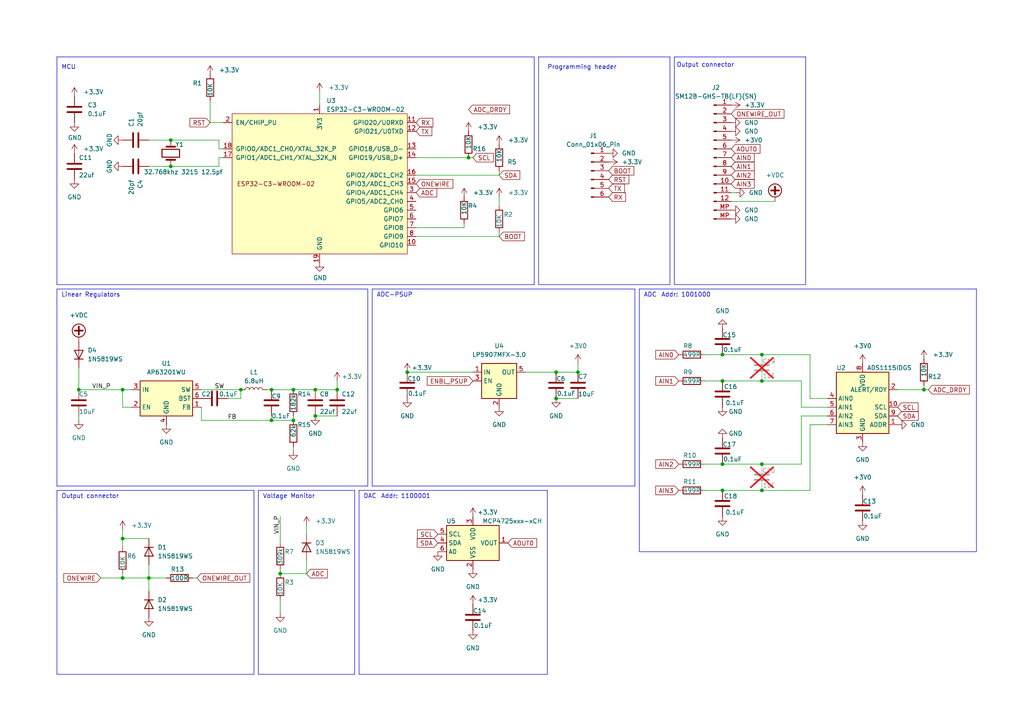
<source format=kicad_sch>
(kicad_sch (version 20230121) (generator eeschema)
  (paper "A4")
  (title_block (title "uPLC-Digital") (date "2024-02-22") (rev "1.0.0") (company "Drawn by FNB") (comment 1 "Thanks to https://github.com/PricelessToolkit/ESPClicker for inspiration"))
  (lib_symbols
    (symbol "Analog_ADC:ADS1115IDGS"
      (property "Reference" "U" (at 2.54 13.97 0))
      (property "Value" "ADS1115IDGS" (at 7.62 11.43 0))
      (symbol "ADS1115IDGS_0_1"
        (rectangle (start -7.62 10.16) (end 7.62 -7.62) (stroke (width 0.254)) (fill (type background)))
      )
      (symbol "ADS1115IDGS_1_1"
        (pin input line (at 10.16 -5.08 180) (length 2.54) (name "ADDR") (number "1"))
        (pin input line (at 10.16 0 180) (length 2.54) (name "SCL") (number "10"))
        (pin output line (at 10.16 5.08 180) (length 2.54) (name "ALERT/RDY") (number "2"))
        (pin power_in line (at 0 -10.16 90) (length 2.54) (name "GND") (number "3"))
        (pin input line (at -10.16 2.54 0) (length 2.54) (name "AIN0") (number "4"))
        (pin input line (at -10.16 0 0) (length 2.54) (name "AIN1") (number "5"))
        (pin input line (at -10.16 -2.54 0) (length 2.54) (name "AIN2") (number "6"))
        (pin input line (at -10.16 -5.08 0) (length 2.54) (name "AIN3") (number "7"))
        (pin power_in line (at 0 12.7 270) (length 2.54) (name "VDD") (number "8"))
        (pin bidirectional line (at 10.16 -2.54 180) (length 2.54) (name "SDA") (number "9"))
      )
    )
    (symbol "Analog_DAC:MCP4725xxx-xCH"
      (property "Reference" "U" (at -6.35 6.35 0))
      (property "Value" "MCP4725xxx-xCH" (at 8.89 6.35 0))
      (symbol "MCP4725xxx-xCH_0_1"
        (rectangle (start -7.62 5.08) (end 7.62 -5.08) (stroke (width 0.254)) (fill (type background)))
      )
      (symbol "MCP4725xxx-xCH_1_1"
        (pin output line (at 10.16 0 180) (length 2.54) (name "VOUT") (number "1"))
        (pin power_in line (at 0 -7.62 90) (length 2.54) (name "VSS") (number "2"))
        (pin power_in line (at 0 7.62 270) (length 2.54) (name "VDD") (number "3"))
        (pin bidirectional line (at -10.16 0 0) (length 2.54) (name "SDA") (number "4"))
        (pin input line (at -10.16 2.54 0) (length 2.54) (name "SCL") (number "5"))
        (pin input line (at -10.16 -2.54 0) (length 2.54) (name "A0") (number "6"))
      )
    )
    (symbol "Device:L" (pin_numbers hide) (pin_names (offset 1.016) hide)
      (property "Reference" "L" (at -1.27 0 90))
      (property "Value" "L" (at 1.905 0 90))
      (symbol "L_0_1"
        (arc (start 0 -2.54) (mid 0.6323 -1.905) (end 0 -1.27))
        (arc (start 0 -1.27) (mid 0.6323 -0.635) (end 0 0))
        (arc (start 0 0) (mid 0.6323 0.635) (end 0 1.27))
        (arc (start 0 1.27) (mid 0.6323 1.905) (end 0 2.54))
      )
      (symbol "L_1_1"
        (pin passive line (at 0 3.81 270) (length 1.27) (name "1") (number "1"))
        (pin passive line (at 0 -3.81 90) (length 1.27) (name "2") (number "2"))
      )
    )
    (symbol "Library:1N4148WS" (pin_numbers hide) (pin_names hide)
      (property "Reference" "D" (at 0 2.54 0))
      (property "Value" "1N4148WS" (at 0 -2.54 0))
      (symbol "1N4148WS_0_1"
        (polyline (pts (xy -1.27 1.27) (xy -1.27 -1.27)) (stroke (width 0.254)))
        (polyline (pts (xy 1.27 0) (xy -1.27 0)))
        (polyline (pts (xy 1.27 1.27) (xy 1.27 -1.27) (xy -1.27 0) (xy 1.27 1.27)) (stroke (width 0.254)))
      )
      (symbol "1N4148WS_1_1"
        (pin passive line (at -3.81 0 0) (length 2.54) (name "K") (number "1"))
        (pin passive line (at 3.81 0 180) (length 2.54) (name "A") (number "2"))
      )
    )
    (symbol "Library:C" (pin_numbers hide) (pin_names (offset 0.254))
      (property "Reference" "C" (at 0.635 2.54 0))
      (property "Value" "C" (at 0.635 -2.54 0))
      (symbol "C_0_1"
        (polyline (pts (xy -2.032 -0.762) (xy 2.032 -0.762)) (stroke (width 0.508)))
        (polyline (pts (xy -2.032 0.762) (xy 2.032 0.762)) (stroke (width 0.508)))
      )
      (symbol "C_1_1"
        (pin passive line (at 0 3.81 270) (length 2.794) (name "~") (number "1"))
        (pin passive line (at 0 -3.81 90) (length 2.794) (name "~") (number "2"))
      )
    )
    (symbol "Library:Conn_01x06_Pin" (pin_names (offset 1.016) hide)
      (property "Reference" "J" (at 0 7.62 0))
      (property "Value" "Conn_01x06_Pin" (at 0 -10.16 0))
      (symbol "Conn_01x06_Pin_1_1"
        (polyline (pts (xy 1.27 -7.62) (xy 0.8636 -7.62)) (stroke (width 0.1524)))
        (polyline (pts (xy 1.27 -5.08) (xy 0.8636 -5.08)) (stroke (width 0.1524)))
        (polyline (pts (xy 1.27 -2.54) (xy 0.8636 -2.54)) (stroke (width 0.1524)))
        (polyline (pts (xy 1.27 0) (xy 0.8636 0)) (stroke (width 0.1524)))
        (polyline (pts (xy 1.27 2.54) (xy 0.8636 2.54)) (stroke (width 0.1524)))
        (polyline (pts (xy 1.27 5.08) (xy 0.8636 5.08)) (stroke (width 0.1524)))
        (rectangle (start 0.8636 -7.493) (end 0 -7.747) (stroke (width 0.1524)) (fill (type outline)))
        (rectangle (start 0.8636 -4.953) (end 0 -5.207) (stroke (width 0.1524)) (fill (type outline)))
        (rectangle (start 0.8636 -2.413) (end 0 -2.667) (stroke (width 0.1524)) (fill (type outline)))
        (rectangle (start 0.8636 0.127) (end 0 -0.127) (stroke (width 0.1524)) (fill (type outline)))
        (rectangle (start 0.8636 2.667) (end 0 2.413) (stroke (width 0.1524)) (fill (type outline)))
        (rectangle (start 0.8636 5.207) (end 0 4.953) (stroke (width 0.1524)) (fill (type outline)))
        (pin passive line (at 5.08 5.08 180) (length 3.81) (name "Pin_1") (number "1"))
        (pin passive line (at 5.08 2.54 180) (length 3.81) (name "Pin_2") (number "2"))
        (pin passive line (at 5.08 0 180) (length 3.81) (name "Pin_3") (number "3"))
        (pin passive line (at 5.08 -2.54 180) (length 3.81) (name "Pin_4") (number "4"))
        (pin passive line (at 5.08 -5.08 180) (length 3.81) (name "Pin_5") (number "5"))
        (pin passive line (at 5.08 -7.62 180) (length 3.81) (name "Pin_6") (number "6"))
      )
    )
    (symbol "Library:Conn_01x14_Pin" (pin_names (offset 1.016) hide)
      (property "Reference" "J" (at 0 17.78 0))
      (property "Value" "Conn_01x14_Pin" (at 0 -20.32 0))
      (symbol "Conn_01x14_Pin_1_1"
        (polyline (pts (xy 1.27 -17.78) (xy 0.8636 -17.78)) (stroke (width 0.1524)))
        (polyline (pts (xy 1.27 -15.24) (xy 0.8636 -15.24)) (stroke (width 0.1524)))
        (polyline (pts (xy 1.27 -12.7) (xy 0.8636 -12.7)) (stroke (width 0.1524)))
        (polyline (pts (xy 1.27 -10.16) (xy 0.8636 -10.16)) (stroke (width 0.1524)))
        (polyline (pts (xy 1.27 -7.62) (xy 0.8636 -7.62)) (stroke (width 0.1524)))
        (polyline (pts (xy 1.27 -5.08) (xy 0.8636 -5.08)) (stroke (width 0.1524)))
        (polyline (pts (xy 1.27 -2.54) (xy 0.8636 -2.54)) (stroke (width 0.1524)))
        (polyline (pts (xy 1.27 0) (xy 0.8636 0)) (stroke (width 0.1524)))
        (polyline (pts (xy 1.27 2.54) (xy 0.8636 2.54)) (stroke (width 0.1524)))
        (polyline (pts (xy 1.27 5.08) (xy 0.8636 5.08)) (stroke (width 0.1524)))
        (polyline (pts (xy 1.27 7.62) (xy 0.8636 7.62)) (stroke (width 0.1524)))
        (polyline (pts (xy 1.27 10.16) (xy 0.8636 10.16)) (stroke (width 0.1524)))
        (polyline (pts (xy 1.27 12.7) (xy 0.8636 12.7)) (stroke (width 0.1524)))
        (polyline (pts (xy 1.27 15.24) (xy 0.8636 15.24)) (stroke (width 0.1524)))
        (rectangle (start 0.8636 -17.653) (end 0 -17.907) (stroke (width 0.1524)) (fill (type outline)))
        (rectangle (start 0.8636 -15.113) (end 0 -15.367) (stroke (width 0.1524)) (fill (type outline)))
        (rectangle (start 0.8636 -12.573) (end 0 -12.827) (stroke (width 0.1524)) (fill (type outline)))
        (rectangle (start 0.8636 -10.033) (end 0 -10.287) (stroke (width 0.1524)) (fill (type outline)))
        (rectangle (start 0.8636 -7.493) (end 0 -7.747) (stroke (width 0.1524)) (fill (type outline)))
        (rectangle (start 0.8636 -4.953) (end 0 -5.207) (stroke (width 0.1524)) (fill (type outline)))
        (rectangle (start 0.8636 -2.413) (end 0 -2.667) (stroke (width 0.1524)) (fill (type outline)))
        (rectangle (start 0.8636 0.127) (end 0 -0.127) (stroke (width 0.1524)) (fill (type outline)))
        (rectangle (start 0.8636 2.667) (end 0 2.413) (stroke (width 0.1524)) (fill (type outline)))
        (rectangle (start 0.8636 5.207) (end 0 4.953) (stroke (width 0.1524)) (fill (type outline)))
        (rectangle (start 0.8636 7.747) (end 0 7.493) (stroke (width 0.1524)) (fill (type outline)))
        (rectangle (start 0.8636 10.287) (end 0 10.033) (stroke (width 0.1524)) (fill (type outline)))
        (rectangle (start 0.8636 12.827) (end 0 12.573) (stroke (width 0.1524)) (fill (type outline)))
        (rectangle (start 0.8636 15.367) (end 0 15.113) (stroke (width 0.1524)) (fill (type outline)))
        (pin passive line (at 5.08 15.24 180) (length 3.81) (name "Pin_1") (number "1"))
        (pin passive line (at 5.08 -7.62 180) (length 3.81) (name "Pin_10") (number "10"))
        (pin passive line (at 5.08 -10.16 180) (length 3.81) (name "Pin_11") (number "11"))
        (pin passive line (at 5.08 -12.7 180) (length 3.81) (name "Pin_12") (number "12"))
        (pin passive line (at 5.08 12.7 180) (length 3.81) (name "Pin_2") (number "2"))
        (pin passive line (at 5.08 10.16 180) (length 3.81) (name "Pin_3") (number "3"))
        (pin passive line (at 5.08 7.62 180) (length 3.81) (name "Pin_4") (number "4"))
        (pin passive line (at 5.08 5.08 180) (length 3.81) (name "Pin_5") (number "5"))
        (pin passive line (at 5.08 2.54 180) (length 3.81) (name "Pin_6") (number "6"))
        (pin passive line (at 5.08 0 180) (length 3.81) (name "Pin_7") (number "7"))
        (pin passive line (at 5.08 -2.54 180) (length 3.81) (name "Pin_8") (number "8"))
        (pin passive line (at 5.08 -5.08 180) (length 3.81) (name "Pin_9") (number "9"))
        (pin passive line (at 5.08 -15.24 180) (length 3.81) (name "Pin_13") (number "MP"))
        (pin passive line (at 5.08 -17.78 180) (length 3.81) (name "Pin_14") (number "MP"))
      )
    )
    (symbol "Library:Crystal" (pin_numbers hide) (pin_names (offset 1.016) hide)
      (property "Reference" "Y" (at 0 3.81 0))
      (property "Value" "Crystal" (at 0 -3.81 0))
      (symbol "Crystal_0_1"
        (rectangle (start -1.143 2.54) (end 1.143 -2.54) (stroke (width 0.3048)))
        (polyline (pts (xy -2.54 0) (xy -1.905 0)))
        (polyline (pts (xy -1.905 -1.27) (xy -1.905 1.27)) (stroke (width 0.508)))
        (polyline (pts (xy 1.905 -1.27) (xy 1.905 1.27)) (stroke (width 0.508)))
        (polyline (pts (xy 2.54 0) (xy 1.905 0)))
      )
      (symbol "Crystal_1_1"
        (pin passive line (at -3.81 0 0) (length 1.27) (name "1") (number "1"))
        (pin passive line (at 3.81 0 180) (length 1.27) (name "2") (number "2"))
      )
    )
    (symbol "Library:ESP32-C3-WROOM-02" (pin_names (offset 1.016))
      (property "Reference" "U" (at -25.4 25.4 0))
      (property "Value" "ESP32-C3-WROOM-02" (at -25.4 22.86 0))
      (symbol "ESP32-C3-WROOM-02_0_0"
        (text "ESP32-C3-WROOM-02" (at -12.7 0 0) (effects (font (size 1.27 1.27))))
      )
      (symbol "ESP32-C3-WROOM-02_0_1"
        (rectangle (start 25.4 20.32) (end -25.4 -20.32) (fill (type background)))
      )
      (symbol "ESP32-C3-WROOM-02_1_1"
        (pin power_in line (at 0 22.86 270) (length 2.54) (name "3V3") (number "1"))
        (pin bidirectional line (at 27.94 -17.78 180) (length 2.54) (name "GPIO10") (number "10"))
        (pin bidirectional line (at 27.94 17.78 180) (length 2.54) (name "GPIO20/U0RXD") (number "11"))
        (pin bidirectional line (at 27.94 15.24 180) (length 2.54) (name "GPIO21/U0TXD") (number "12"))
        (pin bidirectional line (at 27.94 10.16 180) (length 2.54) (name "GPIO18/USB_D-") (number "13"))
        (pin bidirectional line (at 27.94 7.62 180) (length 2.54) (name "GPIO19/USB_D+") (number "14"))
        (pin bidirectional line (at 27.94 0 180) (length 2.54) (name "GPIO3/ADC1_CH3") (number "15"))
        (pin bidirectional line (at 27.94 2.54 180) (length 2.54) (name "GPIO2/ADC1_CH2") (number "16"))
        (pin bidirectional line (at -27.94 7.62 0) (length 2.54) (name "GPIO1/ADC1_CH1/XTAL_32K_N") (number "17"))
        (pin bidirectional line (at -27.94 10.16 0) (length 2.54) (name "GPIO0/ADC1_CH0/XTAL_32K_P") (number "18"))
        (pin power_in line (at 0 -22.86 90) (length 2.54) (name "GND") (number "19"))
        (pin input line (at -27.94 17.78 0) (length 2.54) (name "EN/CHIP_PU") (number "2"))
        (pin bidirectional line (at 27.94 -2.54 180) (length 2.54) (name "GPIO4/ADC1_CH4") (number "3"))
        (pin bidirectional line (at 27.94 -5.08 180) (length 2.54) (name "GPIO5/ADC2_CH0") (number "4"))
        (pin bidirectional line (at 27.94 -7.62 180) (length 2.54) (name "GPIO6") (number "5"))
        (pin bidirectional line (at 27.94 -10.16 180) (length 2.54) (name "GPIO7") (number "6"))
        (pin bidirectional line (at 27.94 -12.7 180) (length 2.54) (name "GPIO8") (number "7"))
        (pin bidirectional line (at 27.94 -15.24 180) (length 2.54) (name "GPIO9") (number "8"))
        (pin passive line (at 0 -22.86 90) (length 2.54) hide (name "GND") (number "9"))
      )
    )
    (symbol "Library:R" (pin_numbers hide) (pin_names (offset 0))
      (property "Reference" "R" (at 2.032 0 90))
      (property "Value" "R" (at 0 0 90))
      (symbol "R_0_1"
        (rectangle (start -1.016 -2.54) (end 1.016 2.54) (stroke (width 0.254)))
      )
      (symbol "R_1_1"
        (pin passive line (at 0 3.81 270) (length 1.27) (name "~") (number "1"))
        (pin passive line (at 0 -3.81 90) (length 1.27) (name "~") (number "2"))
      )
    )
    (symbol "Regulator_Linear:LP5907MFX-3.0"
      (property "Reference" "U" (at -3.81 6.35 0))
      (property "Value" "LP5907MFX-3.0" (at 6.35 6.35 0))
      (symbol "LP5907MFX-3.0_0_1"
        (rectangle (start -5.08 -5.08) (end 5.08 5.08) (stroke (width 0.254)) (fill (type background)))
        (pin power_in line (at -7.62 2.54 0) (length 2.54) (name "IN") (number "1"))
        (pin power_in line (at 0 -7.62 90) (length 2.54) (name "GND") (number "2"))
        (pin input line (at -7.62 0 0) (length 2.54) (name "EN") (number "3"))
        (pin no_connect line (at 5.08 0 180) (length 2.54) hide (name "NC") (number "4"))
        (pin power_out line (at 7.62 2.54 180) (length 2.54) (name "OUT") (number "5"))
      )
    )
    (symbol "Regulator_Switching:AP63201WU"
      (property "Reference" "U" (at -7.62 6.35 0))
      (property "Value" "AP63201WU" (at 2.54 6.35 0))
      (symbol "AP63201WU_0_1"
        (rectangle (start -7.62 5.08) (end 7.62 -5.08) (stroke (width 0.254)) (fill (type background)))
      )
      (symbol "AP63201WU_1_1"
        (pin input line (at 10.16 -2.54 180) (length 2.54) (name "FB") (number "1"))
        (pin input line (at -10.16 -2.54 0) (length 2.54) (name "EN") (number "2"))
        (pin power_in line (at -10.16 2.54 0) (length 2.54) (name "IN") (number "3"))
        (pin power_in line (at 0 -7.62 90) (length 2.54) (name "GND") (number "4"))
        (pin output line (at 10.16 2.54 180) (length 2.54) (name "SW") (number "5"))
        (pin passive line (at 10.16 0 180) (length 2.54) (name "BST") (number "6"))
      )
    )
    (symbol "power:+3.3V" (power) (pin_names (offset 0))
      (property "Value" "+3.3V" (at 0 3.556 0))
      (symbol "+3.3V_0_1"
        (polyline (pts (xy -0.762 1.27) (xy 0 2.54)))
        (polyline (pts (xy 0 0) (xy 0 2.54)))
        (polyline (pts (xy 0 2.54) (xy 0.762 1.27)))
      )
      (symbol "+3.3V_1_1"
        (pin power_in line (at 0 0 90) (length 0) hide (name "+3.3V") (number "1"))
      )
    )
    (symbol "power:+3V0" (power) (pin_names (offset 0))
      (property "Value" "+3V0" (at 0 3.556 0))
      (symbol "+3V0_0_1"
        (polyline (pts (xy -0.762 1.27) (xy 0 2.54)))
        (polyline (pts (xy 0 0) (xy 0 2.54)))
        (polyline (pts (xy 0 2.54) (xy 0.762 1.27)))
      )
      (symbol "+3V0_1_1"
        (pin power_in line (at 0 0 90) (length 0) hide (name "+3V0") (number "1"))
      )
    )
    (symbol "power:+VDC" (power) (pin_names (offset 0))
      (property "Value" "+VDC" (at 0 6.35 0))
      (symbol "+VDC_0_1"
        (polyline (pts (xy -1.143 3.175) (xy 1.143 3.175)) (stroke (width 0.508)))
        (polyline (pts (xy 0 0) (xy 0 1.27)))
        (polyline (pts (xy 0 2.032) (xy 0 4.318)) (stroke (width 0.508)))
        (circle (center 0 3.175) (radius 1.905) (stroke (width 0.254)))
      )
      (symbol "+VDC_1_1"
        (pin power_in line (at 0 0 90) (length 0) hide (name "+VDC") (number "1"))
      )
    )
    (symbol "power:GND" (power) (pin_names (offset 0))
      (property "Value" "GND" (at 0 -3.81 0))
      (symbol "GND_0_1"
        (polyline (pts (xy 0 0) (xy 0 -1.27) (xy 1.27 -1.27) (xy 0 -2.54) (xy -1.27 -1.27) (xy 0 -1.27)))
      )
      (symbol "GND_1_1"
        (pin power_in line (at 0 0 270) (length 0) hide (name "GND") (number "1"))
      )
    )
  )
  (junction (at 91.44 113.03))
  (junction (at 161.29 115.57))
  (junction (at 49.53 40.64))
  (junction (at 118.11 107.95))
  (junction (at 69.85 113.03))
  (junction (at 161.29 107.95))
  (junction (at 220.98 134.62))
  (junction (at 209.55 102.87))
  (junction (at 220.98 142.24))
  (junction (at 91.44 120.65))
  (junction (at 78.74 113.03))
  (junction (at 209.55 142.24))
  (junction (at 78.74 121.92))
  (junction (at 35.56 167.64))
  (junction (at 135.89 45.72))
  (junction (at 85.09 121.92))
  (junction (at 220.98 110.49))
  (junction (at 167.64 107.95))
  (junction (at 85.09 113.03))
  (junction (at 97.79 113.03))
  (junction (at 267.97 113.03))
  (junction (at 81.28 166.37))
  (junction (at 220.98 102.87))
  (junction (at 35.56 113.03))
  (junction (at 35.56 156.21))
  (junction (at 49.53 48.26))
  (junction (at 209.55 110.49))
  (junction (at 209.55 134.62))
  (junction (at 22.86 113.03))
  (junction (at 43.18 167.64))
  (wire (pts (xy 43.18 171.45) (xy 43.18 167.64)))
  (wire (pts (xy 144.78 49.53) (xy 144.78 50.8)))
  (polyline (pts (xy 158.75 142.24) (xy 158.75 195.58)))
  (polyline (pts (xy 154.94 16.51) (xy 154.94 82.55)))
  (wire (pts (xy 35.56 167.64) (xy 29.21 167.64)))
  (wire (pts (xy 35.56 156.21) (xy 43.18 156.21)))
  (wire (pts (xy 63.5 48.26) (xy 63.5 45.72)))
  (wire (pts (xy 81.28 149.86) (xy 81.28 157.48)))
  (wire (pts (xy 48.26 167.64) (xy 43.18 167.64)))
  (polyline (pts (xy 156.21 16.51) (xy 156.21 82.55)))
  (wire (pts (xy 78.74 120.65) (xy 78.74 121.92)))
  (wire (pts (xy 35.56 118.11) (xy 35.56 113.03)))
  (wire (pts (xy 58.42 121.92) (xy 58.42 118.11)))
  (wire (pts (xy 63.5 45.72) (xy 64.77 45.72)))
  (wire (pts (xy 78.74 121.92) (xy 85.09 121.92)))
  (wire (pts (xy 220.98 134.62) (xy 232.41 134.62)))
  (wire (pts (xy 22.86 113.03) (xy 35.56 113.03)))
  (wire (pts (xy 35.56 166.37) (xy 35.56 167.64)))
  (polyline (pts (xy 102.87 142.24) (xy 102.87 195.58)))
  (polyline (pts (xy 158.75 195.58) (xy 104.14 195.58)))
  (polyline (pts (xy 154.94 82.55) (xy 16.51 82.55)))
  (polyline (pts (xy 74.93 142.24) (xy 74.93 195.58)))
  (polyline (pts (xy 233.68 16.51) (xy 233.68 82.55)))
  (wire (pts (xy 267.97 113.03) (xy 260.35 113.03)))
  (wire (pts (xy 232.41 134.62) (xy 232.41 120.65)))
  (wire (pts (xy 204.47 134.62) (xy 209.55 134.62)))
  (wire (pts (xy 49.53 48.26) (xy 63.5 48.26)))
  (wire (pts (xy 167.64 105.41) (xy 167.64 107.95)))
  (wire (pts (xy 22.86 106.68) (xy 22.86 113.03)))
  (wire (pts (xy 69.85 115.57) (xy 66.04 115.57)))
  (wire (pts (xy 118.11 107.95) (xy 137.16 107.95)))
  (polyline (pts (xy 156.21 82.55) (xy 194.31 82.55)))
  (wire (pts (xy 209.55 102.87) (xy 220.98 102.87)))
  (wire (pts (xy 91.44 113.03) (xy 85.09 113.03)))
  (wire (pts (xy 91.44 113.03) (xy 97.79 113.03)))
  (polyline (pts (xy 106.68 83.82) (xy 16.51 83.82)))
  (polyline (pts (xy 184.15 83.82) (xy 184.15 140.97)))
  (wire (pts (xy 234.95 102.87) (xy 234.95 115.57)))
  (wire (pts (xy 269.24 113.03) (xy 267.97 113.03)))
  (polyline (pts (xy 104.14 142.24) (xy 104.14 195.58)))
  (polyline (pts (xy 106.68 83.82) (xy 106.68 140.97)))
  (wire (pts (xy 58.42 113.03) (xy 69.85 113.03)))
  (polyline (pts (xy 73.66 142.24) (xy 16.51 142.24)))
  (wire (pts (xy 60.96 35.56) (xy 64.77 35.56)))
  (wire (pts (xy 35.56 167.64) (xy 43.18 167.64)))
  (wire (pts (xy 85.09 121.92) (xy 85.09 120.65)))
  (wire (pts (xy 232.41 110.49) (xy 232.41 118.11)))
  (wire (pts (xy 120.65 45.72) (xy 135.89 45.72)))
  (wire (pts (xy 220.98 142.24) (xy 209.55 142.24)))
  (wire (pts (xy 38.1 118.11) (xy 35.56 118.11)))
  (polyline (pts (xy 107.95 83.82) (xy 107.95 140.97)))
  (polyline (pts (xy 233.68 82.55) (xy 195.58 82.55)))
  (wire (pts (xy 220.98 110.49) (xy 232.41 110.49)))
  (wire (pts (xy 134.62 64.77) (xy 134.62 66.04)))
  (polyline (pts (xy 184.15 140.97) (xy 107.95 140.97)))
  (polyline (pts (xy 154.94 16.51) (xy 16.51 16.51)))
  (wire (pts (xy 161.29 107.95) (xy 167.64 107.95)))
  (wire (pts (xy 57.15 167.64) (xy 55.88 167.64)))
  (polyline (pts (xy 283.21 160.02) (xy 185.42 160.02)))
  (wire (pts (xy 120.65 66.04) (xy 134.62 66.04)))
  (wire (pts (xy 204.47 142.24) (xy 209.55 142.24)))
  (wire (pts (xy 97.79 110.49) (xy 97.79 113.03)))
  (wire (pts (xy 240.03 123.19) (xy 234.95 123.19)))
  (wire (pts (xy 234.95 115.57) (xy 240.03 115.57)))
  (wire (pts (xy 161.29 115.57) (xy 167.64 115.57)))
  (wire (pts (xy 63.5 43.18) (xy 63.5 40.64)))
  (wire (pts (xy 212.09 55.88) (xy 213.36 55.88)))
  (wire (pts (xy 232.41 118.11) (xy 240.03 118.11)))
  (wire (pts (xy 120.65 50.8) (xy 144.78 50.8)))
  (polyline (pts (xy 158.75 142.24) (xy 104.14 142.24)))
  (polyline (pts (xy 195.58 16.51) (xy 195.58 82.55)))
  (wire (pts (xy 43.18 40.64) (xy 49.53 40.64)))
  (polyline (pts (xy 73.66 195.58) (xy 16.51 195.58)))
  (wire (pts (xy 204.47 110.49) (xy 209.55 110.49)))
  (wire (pts (xy 43.18 48.26) (xy 49.53 48.26)))
  (wire (pts (xy 267.97 111.76) (xy 267.97 113.03)))
  (wire (pts (xy 78.74 113.03) (xy 77.47 113.03)))
  (wire (pts (xy 232.41 120.65) (xy 240.03 120.65)))
  (polyline (pts (xy 73.66 142.24) (xy 73.66 195.58)))
  (wire (pts (xy 152.4 107.95) (xy 161.29 107.95)))
  (wire (pts (xy 144.78 68.58) (xy 144.78 67.31)))
  (polyline (pts (xy 102.87 142.24) (xy 74.93 142.24)))
  (polyline (pts (xy 194.31 16.51) (xy 156.21 16.51)))
  (wire (pts (xy 35.56 113.03) (xy 38.1 113.03)))
  (wire (pts (xy 81.28 173.99) (xy 81.28 177.8)))
  (polyline (pts (xy 283.21 83.82) (xy 283.21 160.02)))
  (polyline (pts (xy 233.68 16.51) (xy 195.58 16.51)))
  (wire (pts (xy 220.98 102.87) (xy 234.95 102.87)))
  (wire (pts (xy 204.47 102.87) (xy 209.55 102.87)))
  (wire (pts (xy 49.53 40.64) (xy 63.5 40.64)))
  (wire (pts (xy 88.9 166.37) (xy 88.9 162.56)))
  (wire (pts (xy 64.77 43.18) (xy 63.5 43.18)))
  (wire (pts (xy 212.09 58.42) (xy 224.79 58.42)))
  (wire (pts (xy 144.78 57.15) (xy 144.78 59.69)))
  (polyline (pts (xy 184.15 83.82) (xy 107.95 83.82)))
  (wire (pts (xy 92.71 26.67) (xy 92.71 30.48)))
  (wire (pts (xy 135.89 45.72) (xy 137.16 45.72)))
  (wire (pts (xy 81.28 166.37) (xy 88.9 166.37)))
  (wire (pts (xy 69.85 113.03) (xy 69.85 115.57)))
  (wire (pts (xy 144.78 68.58) (xy 120.65 68.58)))
  (wire (pts (xy 78.74 113.03) (xy 85.09 113.03)))
  (wire (pts (xy 85.09 129.54) (xy 85.09 130.81)))
  (wire (pts (xy 209.55 110.49) (xy 220.98 110.49)))
  (polyline (pts (xy 106.68 140.97) (xy 16.51 140.97)))
  (polyline (pts (xy 194.31 82.55) (xy 194.31 16.51)))
  (polyline (pts (xy 185.42 83.82) (xy 185.42 160.02)))
  (wire (pts (xy 58.42 121.92) (xy 78.74 121.92)))
  (wire (pts (xy 35.56 153.67) (xy 35.56 156.21)))
  (wire (pts (xy 234.95 142.24) (xy 220.98 142.24)))
  (polyline (pts (xy 16.51 83.82) (xy 16.51 140.97)))
  (polyline (pts (xy 102.87 195.58) (xy 74.93 195.58)))
  (wire (pts (xy 43.18 167.64) (xy 43.18 163.83)))
  (polyline (pts (xy 16.51 16.51) (xy 16.51 82.55)))
  (wire (pts (xy 88.9 152.4) (xy 88.9 154.94)))
  (wire (pts (xy 22.86 121.92) (xy 22.86 120.65)))
  (polyline (pts (xy 16.51 142.24) (xy 16.51 195.58)))
  (wire (pts (xy 35.56 156.21) (xy 35.56 158.75)))
  (wire (pts (xy 60.96 35.56) (xy 60.96 29.21)))
  (wire (pts (xy 91.44 120.65) (xy 97.79 120.65)))
  (wire (pts (xy 81.28 165.1) (xy 81.28 166.37)))
  (wire (pts (xy 209.55 134.62) (xy 220.98 134.62)))
  (polyline (pts (xy 283.21 83.82) (xy 185.42 83.82)))
  (wire (pts (xy 234.95 123.19) (xy 234.95 142.24)))
  (text "ADC" (at 186.69 86.36 0) (effects (font (size 1.27 1.27)) (justify left bottom)))
  (text "Linear Regulators" (at 17.78 86.36 0) (effects (font (size 1.27 1.27)) (justify left bottom)))
  (text "MCU\n" (at 17.78 20.32 0) (effects (font (size 1.27 1.27)) (justify left bottom)))
  (text "Output connector" (at 196.215 19.685 0) (effects (font (size 1.27 1.27)) (justify left bottom)))
  (text "Addr: 1001000" (at 191.77 86.36 0) (effects (font (size 1.27 1.27)) (justify left bottom)))
  (text "Programming header" (at 158.75 20.32 0) (effects (font (size 1.27 1.27)) (justify left bottom)))
  (text "Output connector" (at 17.78 144.78 0) (effects (font (size 1.27 1.27)) (justify left bottom)))
  (text "DAC\n" (at 105.41 144.78 0) (effects (font (size 1.27 1.27)) (justify left bottom)))
  (text "Addr: 1100001" (at 110.49 144.78 0) (effects (font (size 1.27 1.27)) (justify left bottom)))
  (text "Voltage Monitor" (at 76.2 144.78 0) (effects (font (size 1.27 1.27)) (justify left bottom)))
  (text "ADC-PSUP" (at 109.22 86.36 0) (effects (font (size 1.27 1.27)) (justify left bottom)))
  (label "FB" (at 66.04 121.92 0))
  (label "SW" (at 62.23 113.03 0))
  (label "VIN_P" (at 26.67 113.03 0))
  (label "VIN_P" (at 81.28 154.94 90))
  (global_label "ADC_DRDY" (shape input) (at 269.24 113.03 0) (property "Intersheetrefs" "${INTERSHEET_REFS}" (effects hide)))
  (global_label "ONEWIRE" (shape input) (at 120.65 53.34 0) (property "Intersheetrefs" "${INTERSHEET_REFS}" (effects hide)))
  (global_label "ADC" (shape input) (at 120.65 55.88 0) (property "Intersheetrefs" "${INTERSHEET_REFS}" (effects hide)))
  (global_label "TX" (shape input) (at 120.65 38.1 0) (property "Intersheetrefs" "${INTERSHEET_REFS}" (effects hide)))
  (global_label "ENBL_PSUP" (shape input) (at 137.16 110.49 180) (property "Intersheetrefs" "${INTERSHEET_REFS}" (effects hide)))
  (global_label "ONEWIRE" (shape input) (at 29.21 167.64 180) (property "Intersheetrefs" "${INTERSHEET_REFS}" (effects hide)))
  (global_label "ADC" (shape input) (at 88.9 166.37 0) (property "Intersheetrefs" "${INTERSHEET_REFS}" (effects hide)))
  (global_label "TX" (shape input) (at 176.53 54.61 0) (property "Intersheetrefs" "${INTERSHEET_REFS}" (effects hide)))
  (global_label "AIN2" (shape input) (at 212.09 50.8 0) (property "Intersheetrefs" "${INTERSHEET_REFS}" (effects hide)))
  (global_label "AIN0" (shape input) (at 196.85 102.87 180) (property "Intersheetrefs" "${INTERSHEET_REFS}" (effects hide)))
  (global_label "AOUT0" (shape input) (at 212.09 43.18 0) (property "Intersheetrefs" "${INTERSHEET_REFS}" (effects hide)))
  (global_label "BOOT" (shape input) (at 144.78 68.58 0) (property "Intersheetrefs" "${INTERSHEET_REFS}" (effects hide)))
  (global_label "RX" (shape input) (at 176.53 57.15 0) (property "Intersheetrefs" "${INTERSHEET_REFS}" (effects hide)))
  (global_label "ONEWIRE_OUT" (shape input) (at 57.15 167.64 0) (property "Intersheetrefs" "${INTERSHEET_REFS}" (effects hide)))
  (global_label "AIN1" (shape input) (at 196.85 110.49 180) (property "Intersheetrefs" "${INTERSHEET_REFS}" (effects hide)))
  (global_label "RST" (shape input) (at 176.53 52.07 0) (property "Intersheetrefs" "${INTERSHEET_REFS}" (effects hide)))
  (global_label "RX" (shape input) (at 120.65 35.56 0) (property "Intersheetrefs" "${INTERSHEET_REFS}" (effects hide)))
  (global_label "AIN0" (shape input) (at 212.09 45.72 0) (property "Intersheetrefs" "${INTERSHEET_REFS}" (effects hide)))
  (global_label "ADC_DRDY" (shape input) (at 135.89 31.75 0) (property "Intersheetrefs" "${INTERSHEET_REFS}" (effects hide)))
  (global_label "RST" (shape input) (at 60.96 35.56 180) (property "Intersheetrefs" "${INTERSHEET_REFS}" (effects hide)))
  (global_label "AIN3" (shape input) (at 196.85 142.24 180) (property "Intersheetrefs" "${INTERSHEET_REFS}" (effects hide)))
  (global_label "ONEWIRE_OUT" (shape input) (at 212.09 33.02 0) (property "Intersheetrefs" "${INTERSHEET_REFS}" (effects hide)))
  (global_label "SDA" (shape input) (at 144.78 50.8 0) (property "Intersheetrefs" "${INTERSHEET_REFS}" (effects hide)))
  (global_label "AIN2" (shape input) (at 196.85 134.62 180) (property "Intersheetrefs" "${INTERSHEET_REFS}" (effects hide)))
  (global_label "SDA" (shape input) (at 127 157.48 180) (property "Intersheetrefs" "${INTERSHEET_REFS}" (effects hide)))
  (global_label "BOOT" (shape input) (at 176.53 49.53 0) (property "Intersheetrefs" "${INTERSHEET_REFS}" (effects hide)))
  (global_label "SDA" (shape input) (at 260.35 120.65 0) (property "Intersheetrefs" "${INTERSHEET_REFS}" (effects hide)))
  (global_label "SCL" (shape input) (at 127 154.94 180) (property "Intersheetrefs" "${INTERSHEET_REFS}" (effects hide)))
  (global_label "SCL" (shape input) (at 260.35 118.11 0) (property "Intersheetrefs" "${INTERSHEET_REFS}" (effects hide)))
  (global_label "AOUT0" (shape input) (at 147.32 157.48 0) (property "Intersheetrefs" "${INTERSHEET_REFS}" (effects hide)))
  (global_label "AIN1" (shape input) (at 212.09 48.26 0) (property "Intersheetrefs" "${INTERSHEET_REFS}" (effects hide)))
  (global_label "AIN3" (shape input) (at 212.09 53.34 0) (property "Intersheetrefs" "${INTERSHEET_REFS}" (effects hide)))
  (global_label "SCL" (shape input) (at 137.16 45.72 0) (property "Intersheetrefs" "${INTERSHEET_REFS}" (effects hide)))
  (symbol (lib_id "power:+3.3V") (at 92.71 26.67 0) (unit 1)
    (property "Reference" "#PWR023" (effects hide))
    (property "Value" "+3.3V" (at 95.25 25.3999 0) (effects (justify left)))
  )
  (symbol (lib_id "power:+3.3V") (at 35.56 153.67 0) (unit 1)
    (property "Reference" "#PWR012" (effects hide))
    (property "Value" "+3.3V" (at 38.1 152.3999 0) (effects (justify left)))
  )
  (symbol (lib_id "Library:C") (at 97.79 116.84 0) (unit 1)
    (property "Reference" "C12" (at 99.06 114.3 0) (effects (justify left)))
    (property "Value" "22uf" (at 99.06 119.38 0) (effects (justify left)))
    (property "Footprint" "Capacitor_SMD:C_0402_1005Metric" (effects hide))
    (property "LCSC Part #" "C415703" (effects hide))
  )
  (symbol (lib_id "power:GND") (at 137.16 182.88 0) (unit 1)
    (property "Reference" "#PWR043" (effects hide))
    (property "Value" "GND" (at 137.16 187.96 0))
  )
  (symbol (lib_id "power:GND") (at 35.56 48.26 270) (unit 1)
    (property "Reference" "#PWR010" (effects hide))
    (property "Value" "GND" (at 31.75 48.26 0))
  )
  (symbol (lib_id "Library:R") (at 144.78 45.72 180) (unit 1)
    (property "Reference" "R5" (at 149.86 46.99 0) (effects (justify left)))
    (property "Value" "10K" (at 144.78 43.18 90) (effects (justify left)))
    (property "Footprint" "Resistor_SMD:R_0402_1005Metric" (effects hide))
    (property "LCSC Part #" "C25744" (effects hide))
  )
  (symbol (lib_id "power:+3.3V") (at 135.89 38.1 0) (unit 1)
    (property "Reference" "#PWR053" (effects hide))
    (property "Value" "+3.3V" (at 138.43 36.8299 0) (effects (justify left)))
  )
  (symbol (lib_id "power:GND") (at 209.55 127 180) (unit 1)
    (property "Reference" "#PWR048" (effects hide))
    (property "Value" "GND" (at 213.36 125.73 0))
  )
  (symbol (lib_id "Library:ESP32-C3-WROOM-02") (at 92.71 53.34 0) (unit 1)
    (property "Reference" "U3" (at 94.6659 29.21 0) (effects (justify left)))
    (property "Value" "ESP32-C3-WROOM-02" (at 94.6659 31.75 0) (effects (justify left)))
    (property "Footprint" "PCM_Espressif:ESP32-C3-WROOM-02" (effects hide))
    (property "Datasheet" "https://www.espressif.com/sites/default/files/documentation/esp32-c3-wroom-02_datasheet_en.pdf" (effects hide))
    (property "LCSC Part #" "C2934560" (effects hide))
  )
  (symbol (lib_id "Library:R") (at 200.66 134.62 270) (unit 1)
    (property "Reference" "R10" (at 198.12 132.08 90) (effects (justify left)))
    (property "Value" "499R" (at 198.12 134.62 90) (effects (justify left)))
    (property "Footprint" "Resistor_SMD:R_0402_1005Metric" (effects hide))
    (property "LCSC Part #" "C25076" (effects hide))
  )
  (symbol (lib_id "Library:C") (at 78.74 116.84 0) (unit 1)
    (property "Reference" "C9" (at 78.7681 114.9294 0) (effects (justify left)))
    (property "Value" "0.1uF" (at 78.74 120.65 0) (effects (justify left)))
    (property "Footprint" "Capacitor_SMD:C_0402_1005Metric" (effects hide))
    (property "LCSC Part #" "C307331" (effects hide))
  )
  (symbol (lib_id "power:GND") (at 81.28 177.8 0) (unit 1)
    (property "Reference" "#PWR018" (effects hide))
    (property "Value" "GND" (at 81.28 182.88 0))
  )
  (symbol (lib_id "power:GND") (at 48.26 123.19 0) (unit 1)
    (property "Reference" "#PWR06" (effects hide))
    (property "Value" "GND" (at 48.26 128.27 0))
  )
  (symbol (lib_id "Library:C") (at 39.37 48.26 270) (unit 1)
    (property "Reference" "C4" (at 40.64 52.07 0) (effects (justify left)))
    (property "Value" "20pf" (at 38.1 52.07 0) (effects (justify left)))
    (property "Footprint" "Capacitor_SMD:C_0402_1005Metric" (effects hide))
    (property "LCSC Part #" "C1554" (effects hide))
  )
  (symbol (lib_id "Library:R") (at 85.09 125.73 180) (unit 1)
    (property "Reference" "R15" (at 90.17 123.19 0) (effects (justify left)))
    (property "Value" "62k" (at 85.09 123.19 90) (effects (justify left)))
    (property "Footprint" "Resistor_SMD:R_0402_1005Metric" (effects hide))
    (property "LCSC Part #" "C137950" (effects hide))
  )
  (symbol (lib_id "power:+3.3V") (at 176.53 46.99 270) (unit 1)
    (property "Reference" "#PWR033" (effects hide))
    (property "Value" "+3.3V" (at 180.34 46.99 90) (effects (justify left)))
  )
  (symbol (lib_id "power:+3V0") (at 212.09 40.64 270) (unit 1)
    (property "Reference" "#PWR051" (effects hide))
    (property "Value" "+3V0" (at 215.9 40.64 90) (effects (justify left)))
  )
  (symbol (lib_id "Library:C") (at 250.19 147.32 0) (unit 1)
    (property "Reference" "C13" (at 250.2181 145.4094 0) (effects (justify left)))
    (property "Value" "0.1uF" (at 250.3904 149.6864 0) (effects (justify left)))
    (property "Footprint" "Capacitor_SMD:C_0402_1005Metric" (effects hide))
    (property "LCSC Part #" "C307331" (effects hide))
  )
  (symbol (lib_id "power:GND") (at 35.56 40.64 270) (unit 1)
    (property "Reference" "#PWR09" (effects hide))
    (property "Value" "GND" (at 31.75 40.64 0))
  )
  (symbol (lib_id "power:+3.3V") (at 134.62 57.15 0) (unit 1)
    (property "Reference" "#PWR020" (effects hide))
    (property "Value" "+3.3V" (at 137.16 55.8799 0) (effects (justify left)))
  )
  (symbol (lib_id "power:GND") (at 21.59 35.56 0) (unit 1)
    (property "Reference" "#PWR04" (effects hide))
    (property "Value" "GND" (at 21.717 39.9542 0))
  )
  (symbol (lib_id "power:GND") (at 250.19 128.27 0) (unit 1)
    (property "Reference" "#PWR039" (effects hide))
    (property "Value" "GND" (at 250.19 133.35 0))
  )
  (symbol (lib_id "Library:R") (at 81.28 170.18 0) (unit 1)
    (property "Reference" "R3" (at 82.55 168.91 0) (effects (justify left)))
    (property "Value" "10K" (at 81.28 172.72 90) (effects (justify left)))
    (property "Footprint" "Resistor_SMD:R_0402_1005Metric" (effects hide))
    (property "LCSC Part #" "C25744" (effects hide))
  )
  (symbol (lib_id "power:GND") (at 137.16 165.1 0) (unit 1)
    (property "Reference" "#PWR045" (effects hide))
    (property "Value" "GND" (at 137.16 170.18 0))
  )
  (symbol (lib_id "Regulator_Linear:LP5907MFX-3.0") (at 144.78 110.49 0) (unit 1)
    (property "Reference" "U4" (at 144.78 100.33 0))
    (property "Value" "LP5907MFX-3.0" (at 144.78 102.87 0))
    (property "Footprint" "Package_TO_SOT_SMD:SOT-23-5" (effects hide))
    (property "Datasheet" "http://www.ti.com/lit/ds/symlink/lp5907.pdf" (effects hide))
  )
  (symbol (lib_id "Library:R") (at 35.56 162.56 0) (unit 1)
    (property "Reference" "R6" (at 36.83 161.29 0) (effects (justify left)))
    (property "Value" "10K" (at 35.56 165.1 90) (effects (justify left)))
    (property "Footprint" "Resistor_SMD:R_0402_1005Metric" (effects hide))
    (property "LCSC Part #" "C25744" (effects hide))
  )
  (symbol (lib_id "power:GND") (at 213.36 55.88 90) (unit 1)
    (property "Reference" "#PWR037" (effects hide))
    (property "Value" "GND" (at 217.17 55.88 90) (effects (justify right)))
  )
  (symbol (lib_id "power:GND") (at 85.09 130.81 0) (unit 1)
    (property "Reference" "#PWR015" (effects hide))
    (property "Value" "GND" (at 85.09 135.89 0))
  )
  (symbol (lib_id "power:GND") (at 212.09 63.5 90) (unit 1)
    (property "Reference" "#PWR036" (effects hide))
    (property "Value" "GND" (at 215.9 63.5 90) (effects (justify right)))
  )
  (symbol (lib_id "power:GND") (at 212.09 38.1 90) (unit 1)
    (property "Reference" "#PWR052" (effects hide))
    (property "Value" "GND" (at 215.9 38.1 90) (effects (justify right)))
  )
  (symbol (lib_id "Device:L") (at 73.66 113.03 90) (unit 1)
    (property "Reference" "L1" (at 73.66 107.95 90))
    (property "Value" "6.8uH" (at 73.66 110.49 90))
    (property "Footprint" "Inductor_SMD:L_1008_2520Metric" (effects hide))
    (property "LCSC Part #" "C98340" (effects hide))
  )
  (symbol (lib_id "Library:R") (at 52.07 167.64 270) (unit 1)
    (property "Reference" "R13" (at 49.53 165.1 90) (effects (justify left)))
    (property "Value" "100R" (at 49.53 167.64 90) (effects (justify left)))
    (property "Footprint" "Resistor_SMD:R_0402_1005Metric" (effects hide))
    (property "LCSC Part #" "C25076" (effects hide))
  )
  (symbol (lib_id "power:+3.3V") (at 267.97 104.14 0) (unit 1)
    (property "Reference" "#PWR021" (effects hide))
    (property "Value" "+3.3V" (at 270.51 102.8699 0) (effects (justify left)))
  )
  (symbol (lib_id "Library:R") (at 81.28 161.29 0) (unit 1)
    (property "Reference" "R7" (at 82.55 160.02 0) (effects (justify left)))
    (property "Value" "309k" (at 81.28 163.83 90) (effects (justify left)))
    (property "Footprint" "Resistor_SMD:R_0402_1005Metric" (effects hide))
  )
  (symbol (lib_id "power:GND") (at 118.11 115.57 0) (unit 1)
    (property "Reference" "#PWR025" (effects hide))
    (property "Value" "GND" (at 118.11 120.65 0))
  )
  (symbol (lib_id "power:GND") (at 212.09 35.56 90) (unit 1)
    (property "Reference" "#PWR05" (effects hide))
    (property "Value" "GND" (at 215.9 35.56 90) (effects (justify right)))
  )
  (symbol (lib_id "Library:R") (at 267.97 107.95 180) (unit 1)
    (property "Reference" "R12" (at 273.05 109.22 0) (effects (justify left)))
    (property "Value" "10K" (at 267.97 105.41 90) (effects (justify left)))
    (property "Footprint" "Resistor_SMD:R_0402_1005Metric" (effects hide))
    (property "LCSC Part #" "C25744" (effects hide))
  )
  (symbol (lib_id "Library:C") (at 39.37 40.64 90) (unit 1)
    (property "Reference" "C1" (at 38.1 36.83 0) (effects (justify left)))
    (property "Value" "20pf" (at 40.64 36.83 0) (effects (justify left)))
    (property "Footprint" "Capacitor_SMD:C_0402_1005Metric" (effects hide))
    (property "LCSC Part #" "C1554" (effects hide))
  )
  (symbol (lib_id "power:+3.3V") (at 118.11 107.95 0) (unit 1)
    (property "Reference" "#PWR040" (effects hide))
    (property "Value" "+3.3V" (at 119.38 106.68 0) (effects (justify left)))
  )
  (symbol (lib_id "Library:C") (at 167.64 111.76 0) (unit 1)
    (property "Reference" "C7" (at 167.64 109.22 0) (effects (justify left)))
    (property "Value" "10uF" (at 167.64 114.3 0) (effects (justify left)))
    (property "Footprint" "Capacitor_SMD:C_0805_2012Metric" (effects hide))
    (property "LCSC Part #" "C162422" (effects hide))
  )
  (symbol (lib_id "power:+3.3V") (at 21.59 44.45 0) (unit 1)
    (property "Reference" "#PWR027" (effects hide))
    (property "Value" "+3.3V" (at 24.13 43.1799 0) (effects (justify left)))
  )
  (symbol (lib_id "Library:1N4148WS") (at 22.86 102.87 90) (unit 1)
    (property "Reference" "D4" (at 25.4 101.6 90) (effects (justify right)))
    (property "Value" "1N5819WS" (at 25.4 104.14 90) (effects (justify right)))
    (property "Footprint" "Diode_SMD:D_SOD-323" (effects hide))
    (property "Datasheet" "https://datasheet.lcsc.com/lcsc/2204281430_Guangdong-Hottech-1N5819WS_C191023.pdf" (effects hide))
    (property "LCSC Part #" "C191023" (effects hide))
  )
  (symbol (lib_id "Library:R") (at 60.96 25.4 0) (unit 1)
    (property "Reference" "R1" (at 55.88 24.13 0) (effects (justify left)))
    (property "Value" "10K" (at 60.96 27.94 90) (effects (justify left)))
    (property "Footprint" "Resistor_SMD:R_0402_1005Metric" (effects hide))
    (property "LCSC Part #" "C25744" (effects hide))
  )
  (symbol (lib_id "Library:C") (at 118.11 111.76 0) (unit 1)
    (property "Reference" "C10" (at 118.1381 109.8494 0) (effects (justify left)))
    (property "Value" "0.1uF" (at 118.3104 114.1264 0) (effects (justify left)))
    (property "Footprint" "Capacitor_SMD:C_0402_1005Metric" (effects hide))
    (property "LCSC Part #" "C307331" (effects hide))
  )
  (symbol (lib_id "Library:C") (at 21.59 31.75 0) (unit 1)
    (property "Reference" "C3" (at 25.4 30.48 0) (effects (justify left)))
    (property "Value" "0.1uF" (at 25.4 33.02 0) (effects (justify left)))
    (property "Footprint" "Capacitor_SMD:C_0402_1005Metric" (effects hide))
    (property "LCSC Part #" "C307331" (effects hide))
  )
  (symbol (lib_id "Library:R") (at 200.66 102.87 270) (unit 1)
    (property "Reference" "R8" (at 198.12 100.33 90) (effects (justify left)))
    (property "Value" "499R" (at 198.12 102.87 90) (effects (justify left)))
    (property "Footprint" "Resistor_SMD:R_0402_1005Metric" (effects hide))
    (property "LCSC Part #" "C25076" (effects hide))
  )
  (symbol (lib_id "power:+VDC") (at 22.86 99.06 0) (unit 1)
    (property "Reference" "#PWR02" (effects hide))
    (property "Value" "+VDC" (at 22.86 91.44 0))
  )
  (symbol (lib_id "Library:R") (at 134.62 60.96 180) (unit 1)
    (property "Reference" "R4" (at 138.43 59.69 0) (effects (justify left)))
    (property "Value" "10K" (at 134.62 58.42 90) (effects (justify left)))
    (property "Footprint" "Resistor_SMD:R_0402_1005Metric" (effects hide))
    (property "LCSC Part #" "C25744" (effects hide))
  )
  (symbol (lib_id "Library:C") (at 209.55 130.81 0) (unit 1)
    (property "Reference" "C17" (at 209.5781 128.8994 0) (effects (justify left)))
    (property "Value" "0.1uF" (at 209.7504 133.1764 0) (effects (justify left)))
    (property "Footprint" "Capacitor_SMD:C_0402_1005Metric" (effects hide))
    (property "LCSC Part #" "C307331" (effects hide))
  )
  (symbol (lib_id "Library:R") (at 200.66 142.24 270) (unit 1)
    (property "Reference" "R11" (at 198.12 139.7 90) (effects (justify left)))
    (property "Value" "499R" (at 198.12 142.24 90) (effects (justify left)))
    (property "Footprint" "Resistor_SMD:R_0402_1005Metric" (effects hide))
    (property "LCSC Part #" "C25076" (effects hide))
  )
  (symbol (lib_id "Library:R") (at 200.66 110.49 270) (unit 1)
    (property "Reference" "R9" (at 198.12 107.95 90) (effects (justify left)))
    (property "Value" "499R" (at 198.12 110.49 90) (effects (justify left)))
    (property "Footprint" "Resistor_SMD:R_0402_1005Metric" (effects hide))
    (property "LCSC Part #" "C25076" (effects hide))
  )
  (symbol (lib_id "power:GND") (at 260.35 123.19 90) (unit 1)
    (property "Reference" "#PWR041" (effects hide))
    (property "Value" "GND" (at 264.16 123.19 90) (effects (justify right)))
  )
  (symbol (lib_id "Regulator_Switching:AP63201WU") (at 48.26 115.57 0) (unit 1)
    (property "Reference" "U1" (at 48.26 105.41 0))
    (property "Value" "AP63201WU" (at 48.26 107.95 0))
    (property "Footprint" "Package_TO_SOT_SMD:TSOT-23-6" (effects hide))
    (property "Datasheet" "https://www.diodes.com/assets/Datasheets/AP63200-AP63201-AP63203-AP63205.pdf" (effects hide))
    (property "LCSC Part #" "C2071044" (effects hide))
  )
  (symbol (lib_id "Library:C") (at 91.44 116.84 0) (unit 1)
    (property "Reference" "C8" (at 92.71 114.3 0) (effects (justify left)))
    (property "Value" "22uf" (at 92.71 119.38 0) (effects (justify left)))
    (property "Footprint" "Capacitor_SMD:C_0402_1005Metric" (effects hide))
    (property "LCSC Part #" "C415703" (effects hide))
  )
  (symbol (lib_id "power:GND") (at 127 160.02 0) (unit 1)
    (property "Reference" "#PWR050" (effects hide))
    (property "Value" "GND" (at 127 165.1 0))
  )
  (symbol (lib_id "power:GND") (at 209.55 95.25 180) (unit 1)
    (property "Reference" "#PWR046" (effects hide))
    (property "Value" "GND" (at 209.55 90.17 0))
  )
  (symbol (lib_id "Library:C") (at 21.59 48.26 0) (unit 1)
    (property "Reference" "C11" (at 22.86 45.72 0) (effects (justify left)))
    (property "Value" "22uf" (at 22.86 50.8 0) (effects (justify left)))
    (property "Footprint" "Capacitor_SMD:C_0402_1005Metric" (effects hide))
    (property "LCSC Part #" "C415703" (effects hide))
  )
  (symbol (lib_id "power:+3.3V") (at 137.16 149.86 0) (unit 1)
    (property "Reference" "#PWR042" (effects hide))
    (property "Value" "+3.3V" (at 138.43 148.59 0) (effects (justify left)))
  )
  (symbol (lib_id "power:GND") (at 22.86 121.92 0) (unit 1)
    (property "Reference" "#PWR014" (effects hide))
    (property "Value" "GND" (at 22.86 127 0))
  )
  (symbol (lib_id "Library:Conn_01x14_Pin") (at 207.01 45.72 0) (unit 1)
    (property "Reference" "J2" (at 207.645 25.4 0))
    (property "Value" "SM12B-GHS-TB(LF)(SN)" (at 207.645 27.94 0))
    (property "Footprint" "Connector_JST:JST_GH_SM12B-GHS-TB_1x12-1MP_P1.25mm_Horizontal" (effects hide))
    (property "Datasheet" "https://datasheet.lcsc.com/lcsc/1811061307_JST-SM12B-GHS-TB-LF-SN_C265421.pdf" (effects hide))
    (property "LCSC Part #" "C265421" (effects hide))
  )
  (symbol (lib_id "power:GND") (at 176.53 44.45 90) (unit 1)
    (property "Reference" "#PWR034" (effects hide))
    (property "Value" "GND" (at 180.34 44.45 90) (effects (justify right)))
  )
  (symbol (lib_id "power:GND") (at 209.55 118.11 0) (unit 1)
    (property "Reference" "#PWR047" (effects hide))
    (property "Value" "GND" (at 213.36 119.38 0))
  )
  (symbol (lib_id "power:+3.3V") (at 60.96 21.59 0) (unit 1)
    (property "Reference" "#PWR07" (effects hide))
    (property "Value" "+3.3V" (at 63.5 20.3199 0) (effects (justify left)))
  )
  (symbol (lib_id "Library:1N4148WS") (at 43.18 160.02 270) (unit 1)
    (property "Reference" "D1" (at 45.72 158.75 90) (effects (justify left)))
    (property "Value" "1N5819WS" (at 45.72 161.29 90) (effects (justify left)))
    (property "Footprint" "Diode_SMD:D_SOD-323" (effects hide))
    (property "Datasheet" "https://datasheet.lcsc.com/lcsc/2204281430_Guangdong-Hottech-1N5819WS_C191023.pdf" (effects hide))
    (property "LCSC Part #" "C191023" (effects hide))
  )
  (symbol (lib_id "power:+3.3V") (at 212.09 30.48 270) (unit 1)
    (property "Reference" "#PWR01" (effects hide))
    (property "Value" "+3.3V" (at 215.9 30.48 90) (effects (justify left)))
  )
  (symbol (lib_id "power:+3.3V") (at 144.78 41.91 0) (unit 1)
    (property "Reference" "#PWR022" (effects hide))
    (property "Value" "+3.3V" (at 147.32 40.6399 0) (effects (justify left)))
  )
  (symbol (lib_id "Library:C") (at 220.98 106.68 0) (unit 1) (dnp yes)
    (property "Reference" "C19" (at 221.0081 104.7694 0) (effects (justify left)))
    (property "Value" "1uF" (at 221.1804 109.0464 0) (effects (justify left)))
    (property "Footprint" "Capacitor_SMD:C_0402_1005Metric" (effects hide))
    (property "LCSC Part #" "C307331" (effects hide))
  )
  (symbol (lib_id "power:+3.3V") (at 144.78 57.15 0) (unit 1)
    (property "Reference" "#PWR019" (effects hide))
    (property "Value" "+3.3V" (at 147.32 55.8799 0) (effects (justify left)))
  )
  (symbol (lib_id "Library:C") (at 62.23 115.57 270) (unit 1)
    (property "Reference" "C2" (at 58.42 114.3 90) (effects (justify left)))
    (property "Value" "0.1uF" (at 63.5 114.3 90) (effects (justify left)))
    (property "Footprint" "Capacitor_SMD:C_0402_1005Metric" (effects hide))
    (property "LCSC Part #" "C307331" (effects hide))
  )
  (symbol (lib_id "Analog_ADC:ADS1115IDGS") (at 250.19 118.11 0) (unit 1)
    (property "Reference" "U2" (at 242.57 106.68 0) (effects (justify left)))
    (property "Value" "ADS1115IDGS" (at 251.46 106.68 0) (effects (justify left)))
    (property "Footprint" "Package_SO:TSSOP-10_3x3mm_P0.5mm" (effects hide))
    (property "Datasheet" "http://www.ti.com/lit/ds/symlink/ads1113.pdf" (effects hide))
  )
  (symbol (lib_id "power:GND") (at 209.55 149.86 0) (unit 1)
    (property "Reference" "#PWR049" (effects hide))
    (property "Value" "GND" (at 209.55 154.94 0))
  )
  (symbol (lib_id "Library:Conn_01x06_Pin") (at 171.45 49.53 0) (unit 1)
    (property "Reference" "J1" (at 172.085 39.37 0))
    (property "Value" "Conn_01x06_Pin" (at 172.085 41.91 0))
    (property "Footprint" "TestPoint:TestPoint_Pad_1.0x1.0mm_6pad" (effects hide))
    (property "LCSC Part #" "DNP" (effects hide))
  )
  (symbol (lib_id "power:GND") (at 92.71 76.2 0) (unit 1)
    (property "Reference" "#PWR08" (effects hide))
    (property "Value" "GND" (at 92.837 80.5942 0))
  )
  (symbol (lib_id "power:+3.3V") (at 137.16 175.26 0) (unit 1)
    (property "Reference" "#PWR044" (effects hide))
    (property "Value" "+3.3V" (at 138.43 173.99 0) (effects (justify left)))
  )
  (symbol (lib_id "power:+3.3V") (at 97.79 110.49 0) (unit 1)
    (property "Reference" "#PWR011" (effects hide))
    (property "Value" "+3.3V" (at 99.06 109.22 0) (effects (justify left)))
  )
  (symbol (lib_id "power:GND") (at 21.59 52.07 0) (unit 1)
    (property "Reference" "#PWR026" (effects hide))
    (property "Value" "GND" (at 21.59 57.15 0))
  )
  (symbol (lib_id "Library:1N4148WS") (at 43.18 175.26 270) (unit 1)
    (property "Reference" "D2" (at 45.72 173.99 90) (effects (justify left)))
    (property "Value" "1N5819WS" (at 45.72 176.53 90) (effects (justify left)))
    (property "Footprint" "Diode_SMD:D_SOD-323" (effects hide))
    (property "Datasheet" "https://datasheet.lcsc.com/lcsc/2204281430_Guangdong-Hottech-1N5819WS_C191023.pdf" (effects hide))
    (property "LCSC Part #" "C191023" (effects hide))
  )
  (symbol (lib_id "power:GND") (at 212.09 60.96 90) (unit 1)
    (property "Reference" "#PWR035" (effects hide))
    (property "Value" "GND" (at 215.9 60.96 90) (effects (justify right)))
  )
  (symbol (lib_id "power:+3V0") (at 250.19 143.51 0) (unit 1)
    (property "Reference" "#PWR030" (effects hide))
    (property "Value" "+3V0" (at 250.19 138.43 0))
  )
  (symbol (lib_id "Library:C") (at 22.86 116.84 0) (unit 1)
    (property "Reference" "C5" (at 22.86 114.3 0) (effects (justify left)))
    (property "Value" "10uF" (at 22.86 119.38 0) (effects (justify left)))
    (property "Footprint" "Capacitor_SMD:C_0805_2012Metric" (effects hide))
    (property "LCSC Part #" "C162422" (effects hide))
  )
  (symbol (lib_id "power:+3V0") (at 250.19 105.41 0) (unit 1)
    (property "Reference" "#PWR032" (effects hide))
    (property "Value" "+3V0" (at 250.19 100.33 0))
  )
  (symbol (lib_id "power:GND") (at 250.19 151.13 0) (unit 1)
    (property "Reference" "#PWR031" (effects hide))
    (property "Value" "GND" (at 250.19 156.21 0))
  )
  (symbol (lib_id "power:+VDC") (at 224.79 58.42 0) (unit 1)
    (property "Reference" "#PWR038" (effects hide))
    (property "Value" "+VDC" (at 224.79 50.8 0))
  )
  (symbol (lib_id "power:+3.3V") (at 21.59 27.94 0) (unit 1)
    (property "Reference" "#PWR03" (effects hide))
    (property "Value" "+3.3V" (at 24.13 26.6699 0) (effects (justify left)))
  )
  (symbol (lib_id "Library:Crystal") (at 49.53 44.45 90) (unit 1)
    (property "Reference" "Y1" (at 50.8 41.91 90) (effects (justify right)))
    (property "Value" "32.768khz 3215 12.5pf" (at 41.667 49.8894 90) (effects (justify right)))
    (property "Footprint" "Crystal:Crystal_SMD_3215-2Pin_3.2x1.5mm" (effects hide))
    (property "Datasheet" "https://datasheet.lcsc.com/lcsc/1810171817_Seiko-Epson-Q13FC1350000400_C32346.pdf" (effects hide))
    (property "LCSC Part #" "C32346" (effects hide))
  )
  (symbol (lib_id "Library:C") (at 209.55 99.06 0) (unit 1)
    (property "Reference" "C15" (at 209.5781 97.1494 0) (effects (justify left)))
    (property "Value" "0.1uF" (at 209.7504 101.4264 0) (effects (justify left)))
    (property "Footprint" "Capacitor_SMD:C_0402_1005Metric" (effects hide))
    (property "LCSC Part #" "C307331" (effects hide))
  )
  (symbol (lib_id "Library:R") (at 85.09 116.84 180) (unit 1)
    (property "Reference" "R14" (at 90.17 114.3 0) (effects (justify left)))
    (property "Value" "182k" (at 85.09 114.3 90) (effects (justify left)))
    (property "Footprint" "Resistor_SMD:R_0402_1005Metric" (effects hide))
    (property "LCSC Part #" "C11481" (effects hide))
  )
  (symbol (lib_id "power:GND") (at 43.18 179.07 0) (unit 1)
    (property "Reference" "#PWR013" (effects hide))
    (property "Value" "GND" (at 43.18 184.15 0))
  )
  (symbol (lib_id "Analog_DAC:MCP4725xxx-xCH") (at 137.16 157.48 0) (unit 1)
    (property "Reference" "U5" (at 130.81 151.13 0))
    (property "Value" "MCP4725xxx-xCH" (at 148.59 151.13 0))
    (property "Footprint" "Package_TO_SOT_SMD:SOT-23-6" (effects hide))
    (property "Datasheet" "http://ww1.microchip.com/downloads/en/DeviceDoc/22039d.pdf" (effects hide))
  )
  (symbol (lib_id "Library:R") (at 144.78 63.5 0) (unit 1)
    (property "Reference" "R2" (at 146.05 62.23 0) (effects (justify left)))
    (property "Value" "10K" (at 144.78 66.04 90) (effects (justify left)))
    (property "Footprint" "Resistor_SMD:R_0402_1005Metric" (effects hide))
    (property "LCSC Part #" "C25744" (effects hide))
  )
  (symbol (lib_id "Library:C") (at 220.98 138.43 0) (unit 1) (dnp yes)
    (property "Reference" "C20" (at 221.0081 136.5194 0) (effects (justify left)))
    (property "Value" "1uF" (at 221.1804 140.7964 0) (effects (justify left)))
    (property "Footprint" "Capacitor_SMD:C_0402_1005Metric" (effects hide))
    (property "LCSC Part #" "C307331" (effects hide))
  )
  (symbol (lib_id "Library:R") (at 135.89 41.91 180) (unit 1)
    (property "Reference" "R16" (at 140.97 43.18 0) (effects (justify left)))
    (property "Value" "10K" (at 135.89 39.37 90) (effects (justify left)))
    (property "Footprint" "Resistor_SMD:R_0402_1005Metric" (effects hide))
    (property "LCSC Part #" "C25744" (effects hide))
  )
  (symbol (lib_id "power:GND") (at 161.29 115.57 0) (unit 1)
    (property "Reference" "#PWR024" (effects hide))
    (property "Value" "GND" (at 161.29 120.65 0))
  )
  (symbol (lib_id "power:+3.3V") (at 88.9 152.4 0) (unit 1)
    (property "Reference" "#PWR016" (effects hide))
    (property "Value" "+3.3V" (at 91.44 151.1299 0) (effects (justify left)))
  )
  (symbol (lib_id "power:GND") (at 144.78 118.11 0) (unit 1)
    (property "Reference" "#PWR028" (effects hide))
    (property "Value" "GND" (at 144.78 123.19 0))
  )
  (symbol (lib_id "Library:1N4148WS") (at 88.9 158.75 270) (unit 1)
    (property "Reference" "D3" (at 91.44 157.48 90) (effects (justify left)))
    (property "Value" "1N5819WS" (at 91.44 160.02 90) (effects (justify left)))
    (property "Footprint" "Diode_SMD:D_SOD-323" (effects hide))
    (property "Datasheet" "https://datasheet.lcsc.com/lcsc/2204281430_Guangdong-Hottech-1N5819WS_C191023.pdf" (effects hide))
    (property "LCSC Part #" "C191023" (effects hide))
  )
  (symbol (lib_id "power:GND") (at 91.44 120.65 0) (unit 1)
    (property "Reference" "#PWR017" (effects hide))
    (property "Value" "GND" (at 91.44 125.73 0))
  )
  (symbol (lib_id "Library:C") (at 209.55 146.05 180) (unit 1)
    (property "Reference" "C18" (at 213.8538 143.9219 0) (effects (justify left)))
    (property "Value" "0.1uF" (at 215.9 148.59 0) (effects (justify left)))
    (property "Footprint" "Capacitor_SMD:C_0402_1005Metric" (effects hide))
    (property "LCSC Part #" "C307331" (effects hide))
  )
  (symbol (lib_id "power:+3V0") (at 167.64 105.41 0) (unit 1)
    (property "Reference" "#PWR029" (effects hide))
    (property "Value" "+3V0" (at 167.64 100.33 0))
  )
  (symbol (lib_id "Library:C") (at 209.55 114.3 180) (unit 1)
    (property "Reference" "C16" (at 213.8538 112.1719 0) (effects (justify left)))
    (property "Value" "0.1uF" (at 215.9 116.84 0) (effects (justify left)))
    (property "Footprint" "Capacitor_SMD:C_0402_1005Metric" (effects hide))
    (property "LCSC Part #" "C307331" (effects hide))
  )
  (symbol (lib_id "Library:C") (at 161.29 111.76 0) (unit 1)
    (property "Reference" "C6" (at 161.3181 109.8494 0) (effects (justify left)))
    (property "Value" "0.1uF" (at 161.4904 114.1264 0) (effects (justify left)))
    (property "Footprint" "Capacitor_SMD:C_0402_1005Metric" (effects hide))
    (property "LCSC Part #" "C307331" (effects hide))
  )
  (symbol (lib_id "Library:C") (at 137.16 179.07 0) (unit 1)
    (property "Reference" "C14" (at 137.1881 177.1594 0) (effects (justify left)))
    (property "Value" "0.1uF" (at 137.3604 181.4364 0) (effects (justify left)))
    (property "Footprint" "Capacitor_SMD:C_0402_1005Metric" (effects hide))
    (property "LCSC Part #" "C307331" (effects hide))
  )
)
</source>
